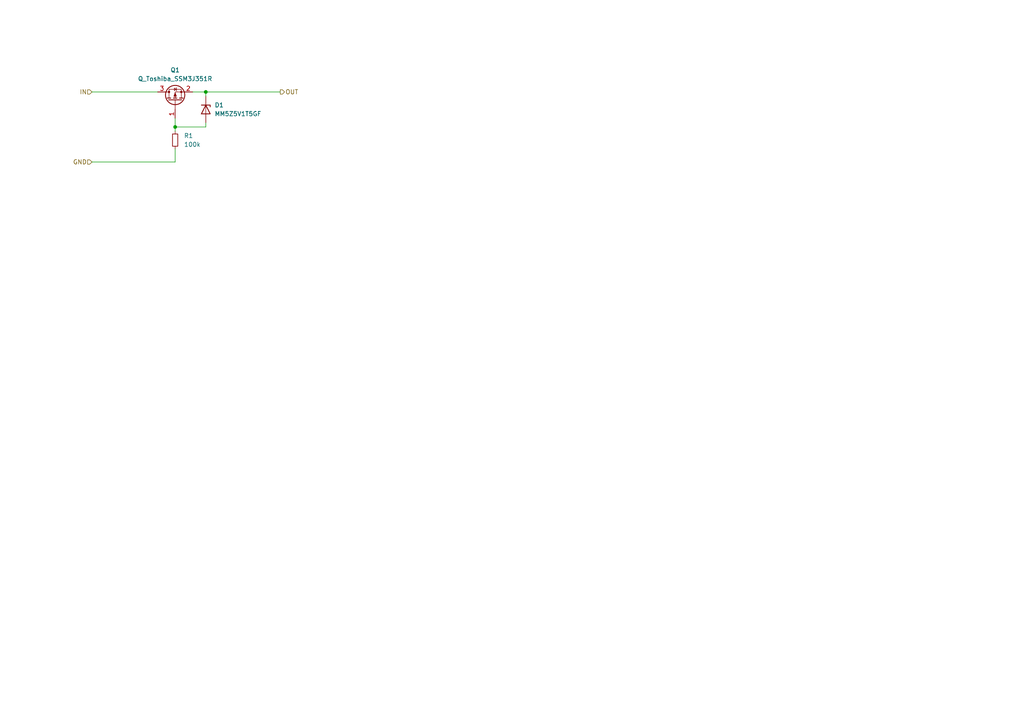
<source format=kicad_sch>
(kicad_sch (version 20231120) (generator "eeschema") (generator_version "8.0")
  (paper "A4")
  (lib_symbols
    (symbol "Device:D_Zener" (pin_numbers hide) (pin_names (offset 1.016) hide)
      (property "Reference" "D" (at 0 2.54 0))
      (property "Value" "D_Zener" (at 0 -2.54 0))
      (symbol "D_Zener_0_1"
        (polyline (pts (xy 1.27 0) (xy -1.27 0)))
        (polyline (pts (xy -1.27 -1.27) (xy -1.27 1.27) (xy -0.762 1.27)) (stroke (width 0.254)))
        (polyline (pts (xy 1.27 -1.27) (xy 1.27 1.27) (xy -1.27 0) (xy 1.27 -1.27)) (stroke (width 0.254)))
      )
      (symbol "D_Zener_1_1"
        (pin passive line (at -3.81 0 0) (length 2.54) (name "K") (number "1"))
        (pin passive line (at 3.81 0 180) (length 2.54) (name "A") (number "2"))
      )
    )
    (symbol "Device:R_Small" (pin_numbers hide) (pin_names (offset 0.254) hide)
      (property "Reference" "R" (at 0.762 0.508 0))
      (property "Value" "R_Small" (at 0.762 -1.016 0))
      (symbol "R_Small_0_1"
        (rectangle (start -0.762 1.778) (end 0.762 -1.778) (stroke (width 0.2032)))
      )
      (symbol "R_Small_1_1"
        (pin passive line (at 0 2.54 270) (length 0.762) (name "~") (number "1"))
        (pin passive line (at 0 -2.54 90) (length 0.762) (name "~") (number "2"))
      )
    )
    (symbol "Toshiba_SSM3J328R:Q_Toshiba_SSM3J328R" (pin_names (offset 0) hide)
      (property "Reference" "Q" (at 5.08 1.27 0))
      (property "Value" "Q_Toshiba_SSM3J328R" (at 5.08 -1.27 0))
      (symbol "Q_Toshiba_SSM3J328R_0_1"
        (polyline (pts (xy 0.254 0) (xy -2.54 0)))
        (polyline (pts (xy 0.254 1.905) (xy 0.254 -1.905)) (stroke (width 0.254)))
        (polyline (pts (xy 0.762 -1.27) (xy 0.762 -2.286)) (stroke (width 0.254)))
        (polyline (pts (xy 0.762 0.508) (xy 0.762 -0.508)) (stroke (width 0.254)))
        (polyline (pts (xy 0.762 2.286) (xy 0.762 1.27)) (stroke (width 0.254)))
        (polyline (pts (xy 2.54 2.54) (xy 2.54 1.778)))
        (polyline (pts (xy 2.54 -2.54) (xy 2.54 0) (xy 0.762 0)))
        (polyline (pts (xy 0.762 1.778) (xy 3.302 1.778) (xy 3.302 -1.778) (xy 0.762 -1.778)))
        (polyline (pts (xy 2.286 0) (xy 1.27 0.381) (xy 1.27 -0.381) (xy 2.286 0)) (fill (type outline)))
        (polyline (pts (xy 2.794 -0.508) (xy 2.921 -0.381) (xy 3.683 -0.381) (xy 3.81 -0.254)))
        (polyline (pts (xy 3.302 -0.381) (xy 2.921 0.254) (xy 3.683 0.254) (xy 3.302 -0.381)))
        (circle (center 1.651 0) (radius 2.794) (stroke (width 0.254)))
        (circle (center 2.54 -1.778) (radius 0.254) (fill (type outline)))
        (circle (center 2.54 1.778) (radius 0.254) (fill (type outline)))
      )
      (symbol "Q_Toshiba_SSM3J328R_1_1"
        (pin input line (at -5.08 0 0) (length 2.54) (name "G") (number "1"))
        (pin passive line (at 2.54 -5.08 90) (length 2.54) (name "S") (number "2"))
        (pin passive line (at 2.54 5.08 270) (length 2.54) (name "D") (number "3"))
      )
    )
  )
  (junction (at 59.69 26.67))
  (junction (at 50.8 36.83))
  (wire (pts (xy 59.69 26.67) (xy 81.28 26.67)))
  (wire (pts (xy 50.8 34.29) (xy 50.8 36.83)))
  (wire (pts (xy 26.67 26.67) (xy 45.72 26.67)))
  (wire (pts (xy 26.67 46.99) (xy 50.8 46.99)))
  (wire (pts (xy 59.69 26.67) (xy 59.69 27.94)))
  (wire (pts (xy 50.8 36.83) (xy 50.8 38.1)))
  (wire (pts (xy 50.8 43.18) (xy 50.8 46.99)))
  (wire (pts (xy 50.8 36.83) (xy 59.69 36.83)))
  (wire (pts (xy 59.69 36.83) (xy 59.69 35.56)))
  (wire (pts (xy 55.88 26.67) (xy 59.69 26.67)))
  (hierarchical_label "OUT" (shape output) (at 81.28 26.67 0))
  (hierarchical_label "IN" (shape input) (at 26.67 26.67 180))
  (hierarchical_label "GND" (shape input) (at 26.67 46.99 180))
  (symbol (lib_id "Toshiba_SSM3J328R:Q_Toshiba_SSM3J328R") (at 50.8 29.21 90) (unit 1)
    (property "Reference" "Q1" (at 50.8 20.32 90))
    (property "Value" "Q_Toshiba_SSM3J351R" (at 50.8 22.86 90))
    (property "Footprint" "SOT:SOT-23F" (effects (hide yes)))
    (property "Description" "P-MOSFET transistor, gate/source/drain" (effects (hide yes)))
  )
  (symbol (lib_id "Device:R_Small") (at 50.8 40.64 0) (unit 1)
    (property "Reference" "R1" (at 53.34 39.3699 0) (effects (justify left)))
    (property "Value" "100k" (at 53.34 41.9099 0) (effects (justify left)))
    (property "Footprint" "Resistor_SMD:R_0603_1608Metric" (effects (hide yes)))
    (property "Description" "Resistor, small symbol" (effects (hide yes)))
  )
  (symbol (lib_id "Device:D_Zener") (at 59.69 31.75 270) (unit 1)
    (property "Reference" "D1" (at 62.23 30.4799 90) (effects (justify left)))
    (property "Value" "MM5Z5V1T5GF" (at 62.23 33.0199 90) (effects (justify left)))
    (property "Footprint" "SOT:D_SOD-523" (effects (hide yes)))
    (property "Description" "Zener diode" (effects (hide yes)))
  )
)
</source>
